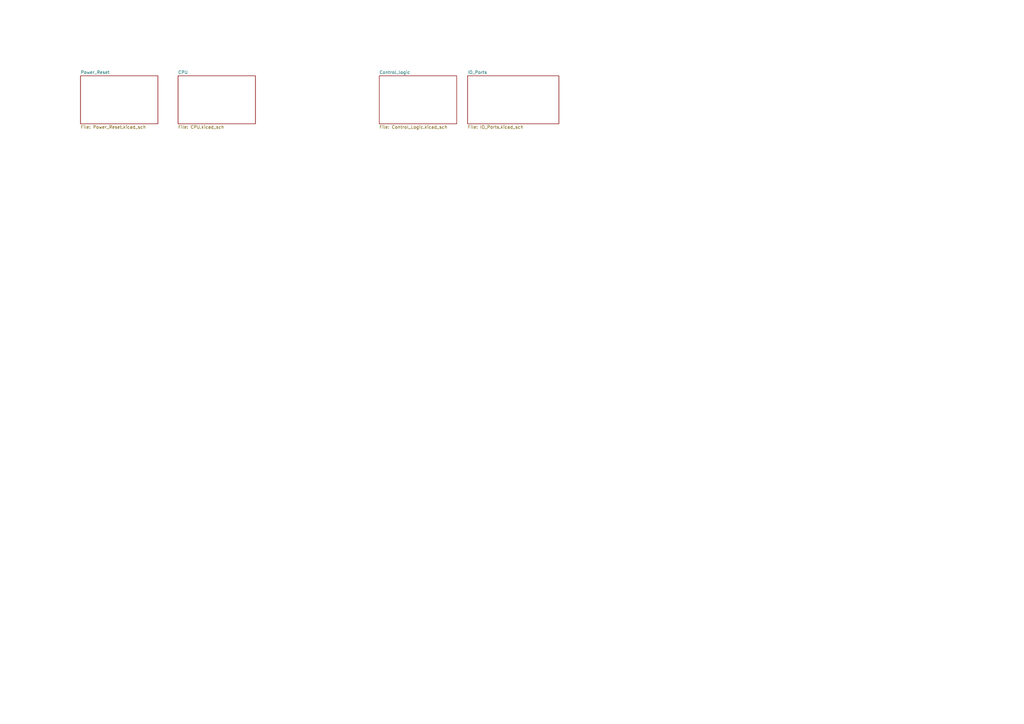
<source format=kicad_sch>
(kicad_sch
	(version 20250114)
	(generator "eeschema")
	(generator_version "9.0")
	(uuid "f5b991b2-bbcb-4d6c-a89c-6801c3d50251")
	(paper "A3")
	(title_block
		(date "2025-06-04")
		(rev "3")
	)
	(lib_symbols)
	(sheet
		(at 73.025 31.115)
		(size 31.75 19.685)
		(exclude_from_sim no)
		(in_bom yes)
		(on_board yes)
		(dnp no)
		(fields_autoplaced yes)
		(stroke
			(width 0.1524)
			(type solid)
		)
		(fill
			(color 0 0 0 0.0000)
		)
		(uuid "24c372b7-6da8-44d6-8e26-65c017b6cf8c")
		(property "Sheetname" "CPU"
			(at 73.025 30.4034 0)
			(effects
				(font
					(size 1.27 1.27)
				)
				(justify left bottom)
			)
		)
		(property "Sheetfile" "CPU.kicad_sch"
			(at 73.025 51.3846 0)
			(effects
				(font
					(size 1.27 1.27)
				)
				(justify left top)
			)
		)
		(instances
			(project "CPU_Board"
				(path "/f5b991b2-bbcb-4d6c-a89c-6801c3d50251"
					(page "3")
				)
			)
		)
	)
	(sheet
		(at 191.77 31.115)
		(size 37.465 19.685)
		(exclude_from_sim no)
		(in_bom yes)
		(on_board yes)
		(dnp no)
		(fields_autoplaced yes)
		(stroke
			(width 0.1524)
			(type solid)
		)
		(fill
			(color 0 0 0 0.0000)
		)
		(uuid "3aaf31a2-4464-4ab2-8f3c-fb72fda375c0")
		(property "Sheetname" "IO_Ports"
			(at 191.77 30.4034 0)
			(effects
				(font
					(size 1.27 1.27)
				)
				(justify left bottom)
			)
		)
		(property "Sheetfile" "IO_Ports.kicad_sch"
			(at 191.77 51.3846 0)
			(effects
				(font
					(size 1.27 1.27)
				)
				(justify left top)
			)
		)
		(instances
			(project "CPU_Board"
				(path "/f5b991b2-bbcb-4d6c-a89c-6801c3d50251"
					(page "6")
				)
			)
		)
	)
	(sheet
		(at 33.02 31.115)
		(size 31.75 19.685)
		(exclude_from_sim no)
		(in_bom yes)
		(on_board yes)
		(dnp no)
		(fields_autoplaced yes)
		(stroke
			(width 0.1524)
			(type solid)
		)
		(fill
			(color 0 0 0 0.0000)
		)
		(uuid "b1de1a07-b966-4887-998c-65d3c92f37fe")
		(property "Sheetname" "Power_Reset"
			(at 33.02 30.4034 0)
			(effects
				(font
					(size 1.27 1.27)
				)
				(justify left bottom)
			)
		)
		(property "Sheetfile" "Power_Reset.kicad_sch"
			(at 33.02 51.3846 0)
			(effects
				(font
					(size 1.27 1.27)
				)
				(justify left top)
			)
		)
		(instances
			(project "CPU_Board"
				(path "/f5b991b2-bbcb-4d6c-a89c-6801c3d50251"
					(page "2")
				)
			)
		)
	)
	(sheet
		(at 155.575 31.115)
		(size 31.75 19.685)
		(exclude_from_sim no)
		(in_bom yes)
		(on_board yes)
		(dnp no)
		(fields_autoplaced yes)
		(stroke
			(width 0.1524)
			(type solid)
		)
		(fill
			(color 0 0 0 0.0000)
		)
		(uuid "e785100f-5c94-459c-92b4-9599172952bf")
		(property "Sheetname" "Control_logic"
			(at 155.575 30.4034 0)
			(effects
				(font
					(size 1.27 1.27)
				)
				(justify left bottom)
			)
		)
		(property "Sheetfile" "Control_Logic.kicad_sch"
			(at 155.575 51.3846 0)
			(effects
				(font
					(size 1.27 1.27)
				)
				(justify left top)
			)
		)
		(instances
			(project "CPU_Board"
				(path "/f5b991b2-bbcb-4d6c-a89c-6801c3d50251"
					(page "5")
				)
			)
		)
	)
	(sheet_instances
		(path "/"
			(page "1")
		)
	)
	(embedded_fonts no)
)

</source>
